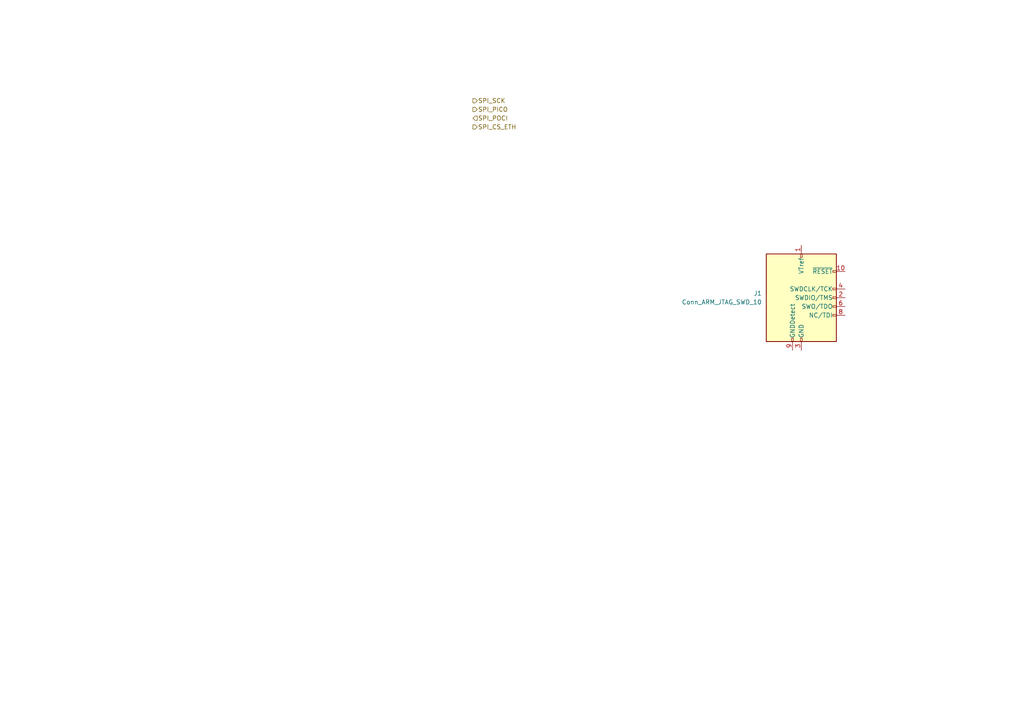
<source format=kicad_sch>
(kicad_sch (version 20211123) (generator eeschema)
  (paper "A4")
  (lib_symbols
    (symbol "Connector:Conn_ARM_JTAG_SWD_10" (pin_names (offset 1.016))
      (property "Reference" "J" (at -2.54 16.51 0))
      (property "Value" "Conn_ARM_JTAG_SWD_10" (at -2.54 13.97 0))
      (symbol "Conn_ARM_JTAG_SWD_10_0_1"
        (rectangle (start -10.16 12.7) (end 10.16 -12.7) (stroke (width 0.254)) (fill (type background)))
        (rectangle (start -2.794 -12.7) (end -2.286 -11.684))
        (rectangle (start -0.254 -12.7) (end 0.254 -11.684))
        (rectangle (start -0.254 12.7) (end 0.254 11.684))
        (rectangle (start 9.144 2.286) (end 10.16 2.794))
        (rectangle (start 10.16 -2.794) (end 9.144 -2.286))
        (rectangle (start 10.16 -0.254) (end 9.144 0.254))
        (rectangle (start 10.16 7.874) (end 9.144 7.366))
      )
      (symbol "Conn_ARM_JTAG_SWD_10_1_1"
        (rectangle (start 9.144 -5.334) (end 10.16 -4.826))
        (pin power_in line (at 0 15.24 270) (length 2.54) (name "VTref") (number "1"))
        (pin open_collector line (at 12.7 7.62 180) (length 2.54) (name "~{RESET}") (number "10"))
        (pin bidirectional line (at 12.7 0 180) (length 2.54) (name "SWDIO/TMS") (number "2"))
        (pin power_in line (at 0 -15.24 90) (length 2.54) (name "GND") (number "3"))
        (pin output line (at 12.7 2.54 180) (length 2.54) (name "SWDCLK/TCK") (number "4"))
        (pin passive line (at 0 -15.24 90) (length 2.54) hide (name "GND") (number "5"))
        (pin input line (at 12.7 -2.54 180) (length 2.54) (name "SWO/TDO") (number "6"))
        (pin no_connect line (at -10.16 0 0) (length 2.54) hide (name "KEY") (number "7"))
        (pin output line (at 12.7 -5.08 180) (length 2.54) (name "NC/TDI") (number "8"))
        (pin passive line (at -2.54 -15.24 90) (length 2.54) (name "GNDDetect") (number "9"))
      )
    )
  )
  (hierarchical_label "SPI_POCI" (shape input) (at 137.16 34.29 0))
  (hierarchical_label "SPI_PICO" (shape output) (at 137.16 31.75 0))
  (hierarchical_label "SPI_CS_ETH" (shape output) (at 137.16 36.83 0))
  (hierarchical_label "SPI_SCK" (shape output) (at 137.16 29.21 0))
  (symbol (lib_id "Connector:Conn_ARM_JTAG_SWD_10") (at 232.41 86.36 0) (unit 1)
    (property "Reference" "J1" (at 220.98 85.0899 0) (effects (justify right)))
    (property "Value" "Conn_ARM_JTAG_SWD_10" (at 220.98 87.6299 0) (effects (justify right)))
    (property "Footprint" "Connector_PinHeader_1.27mm:PinHeader_2x05_P1.27mm_Vertical" (effects hide))
    (property "Datasheet" "http://infocenter.arm.com/help/topic/com.arm.doc.ddi0314h/DDI0314H_coresight_components_trm.pdf" (effects hide))
  )
)
</source>
